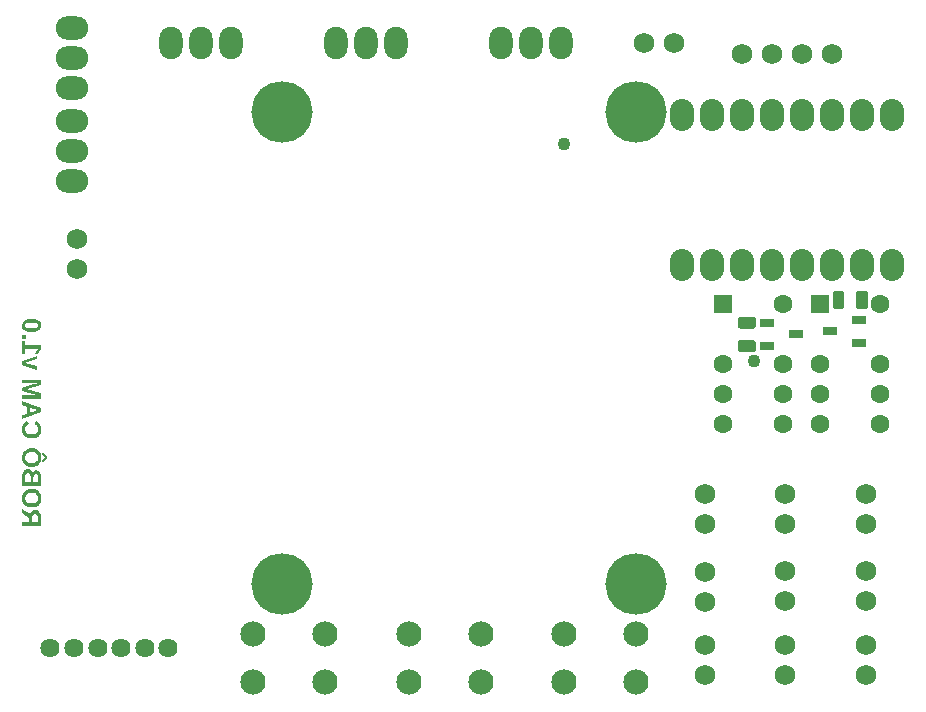
<source format=gbs>
G04 Layer: BottomSolderMaskLayer*
G04 EasyEDA v6.5.22, 2023-01-05 17:43:04*
G04 408631a24da54ebd81f1ad95a11f4f05,373fc183506b451e961249744e80b011,10*
G04 Gerber Generator version 0.2*
G04 Scale: 100 percent, Rotated: No, Reflected: No *
G04 Dimensions in inches *
G04 leading zeros omitted , absolute positions ,3 integer and 6 decimal *
%FSLAX36Y36*%
%MOIN*%

%AMMACRO1*1,1,$1,$2,$3*1,1,$1,$4,$5*1,1,$1,0-$2,0-$3*1,1,$1,0-$4,0-$5*20,1,$1,$2,$3,$4,$5,0*20,1,$1,$4,$5,0-$2,0-$3,0*20,1,$1,0-$2,0-$3,0-$4,0-$5,0*20,1,$1,0-$4,0-$5,$2,$3,0*4,1,4,$2,$3,$4,$5,0-$2,0-$3,0-$4,0-$5,$2,$3,0*%
%ADD10MACRO1,0.004X-0.0211X-0.0118X0.0211X-0.0118*%
%ADD11MACRO1,0.004X0.0211X0.0118X-0.0211X0.0118*%
%ADD12C,0.0433*%
%ADD13C,0.0631*%
%ADD14MACRO1,0.004X0.0295X0.0295X0.0295X-0.0295*%
%ADD15C,0.0680*%
%ADD16C,0.0840*%
%ADD17O,0.10800000000000001X0.078*%
%ADD18O,0.078X0.10800000000000001*%
%ADD19C,0.0640*%
%ADD20O,0.080835X0.106425*%
%ADD21C,0.2049*%
%ADD22C,0.0106*%

%LPD*%
G36*
X236000Y1276400D02*
G01*
X230980Y1276260D01*
X226380Y1275820D01*
X222200Y1275080D01*
X218440Y1274040D01*
X215120Y1272720D01*
X212200Y1271100D01*
X208660Y1268060D01*
X206119Y1264340D01*
X204600Y1259960D01*
X204109Y1255000D01*
X213800Y1255000D01*
X213939Y1256640D01*
X214340Y1258100D01*
X215040Y1259340D01*
X216000Y1260400D01*
X217260Y1261280D01*
X218860Y1262040D01*
X220760Y1262680D01*
X223000Y1263200D01*
X228660Y1263880D01*
X236000Y1264100D01*
X243619Y1263880D01*
X249300Y1263200D01*
X251480Y1262740D01*
X253359Y1262120D01*
X254880Y1261380D01*
X256100Y1260500D01*
X257020Y1259500D01*
X257680Y1258280D01*
X258060Y1256840D01*
X258200Y1255200D01*
X258060Y1253420D01*
X257680Y1251880D01*
X257020Y1250560D01*
X256100Y1249500D01*
X254880Y1248620D01*
X253359Y1247880D01*
X251480Y1247260D01*
X249300Y1246800D01*
X243619Y1246200D01*
X236000Y1246000D01*
X228420Y1246200D01*
X222700Y1246800D01*
X220520Y1247320D01*
X218660Y1247960D01*
X217120Y1248720D01*
X215900Y1249600D01*
X214980Y1250620D01*
X214320Y1251840D01*
X213939Y1253320D01*
X213800Y1255000D01*
X204109Y1255000D01*
X204420Y1250860D01*
X205380Y1247240D01*
X206980Y1244040D01*
X209200Y1241260D01*
X212079Y1238920D01*
X215580Y1237000D01*
X219740Y1235520D01*
X224520Y1234460D01*
X229940Y1233820D01*
X236000Y1233600D01*
X241300Y1233760D01*
X246080Y1234200D01*
X250340Y1234940D01*
X254100Y1236000D01*
X260240Y1238900D01*
X264500Y1243000D01*
X266980Y1248380D01*
X267800Y1255300D01*
X267300Y1260380D01*
X265820Y1264760D01*
X263360Y1268380D01*
X259899Y1271300D01*
X257020Y1272860D01*
X253680Y1274140D01*
X249920Y1275120D01*
X245720Y1275840D01*
X241080Y1276260D01*
G37*
G36*
X205000Y1223900D02*
G01*
X205000Y1211200D01*
X218400Y1211200D01*
X218400Y1223900D01*
G37*
G36*
X205000Y1202600D02*
G01*
X205000Y1160700D01*
X214200Y1160700D01*
X214200Y1176000D01*
X256400Y1176000D01*
X247100Y1161200D01*
X256900Y1161200D01*
X266900Y1176700D01*
X266900Y1188400D01*
X214200Y1188400D01*
X214200Y1202600D01*
G37*
G36*
X252500Y1154600D02*
G01*
X205000Y1137100D01*
X205000Y1122300D01*
X252500Y1105300D01*
X252500Y1118400D01*
X226000Y1126700D01*
X215000Y1129800D01*
X221300Y1131600D01*
X252500Y1141700D01*
G37*
G36*
X205000Y1073900D02*
G01*
X205000Y1062400D01*
X243800Y1062420D01*
X256000Y1062900D01*
X245980Y1060200D01*
X239500Y1058300D01*
X205000Y1047099D01*
X205000Y1037900D01*
X239500Y1026700D01*
X256000Y1022000D01*
X247520Y1022380D01*
X242500Y1022500D01*
X205000Y1022500D01*
X205000Y1011000D01*
X266900Y1011000D01*
X266900Y1028400D01*
X229000Y1040400D01*
X220600Y1042500D01*
X230600Y1045300D01*
X266900Y1056700D01*
X266900Y1073900D01*
G37*
G36*
X205000Y1002600D02*
G01*
X205000Y989800D01*
X220799Y984300D01*
X220799Y981400D01*
X230600Y981400D01*
X248400Y975300D01*
X257399Y972500D01*
X253780Y971480D01*
X230600Y963600D01*
X230600Y981400D01*
X220799Y981400D01*
X220799Y960699D01*
X205000Y955200D01*
X205000Y942200D01*
X266900Y964800D01*
X266900Y980100D01*
G37*
G36*
X221800Y937500D02*
G01*
X217640Y935480D01*
X214020Y933020D01*
X210980Y930140D01*
X208500Y926800D01*
X206580Y923120D01*
X205200Y919080D01*
X204380Y914659D01*
X204100Y909900D01*
X204340Y905120D01*
X205040Y900720D01*
X206220Y896680D01*
X207880Y893020D01*
X210000Y889720D01*
X212600Y886800D01*
X215580Y884320D01*
X218960Y882300D01*
X222700Y880720D01*
X226820Y879599D01*
X231320Y878920D01*
X236200Y878700D01*
X241100Y878920D01*
X245620Y879580D01*
X249720Y880680D01*
X253440Y882220D01*
X256759Y884180D01*
X259700Y886600D01*
X262180Y889400D01*
X264200Y892600D01*
X265780Y896200D01*
X266900Y900200D01*
X267580Y904599D01*
X267800Y909400D01*
X267540Y914599D01*
X266720Y919280D01*
X265380Y923439D01*
X263500Y927099D01*
X261040Y930280D01*
X258080Y932960D01*
X254600Y935080D01*
X250600Y936700D01*
X247500Y925300D01*
X249720Y924419D01*
X251700Y923180D01*
X253420Y921560D01*
X254899Y919599D01*
X256920Y915000D01*
X257600Y909599D01*
X257260Y905460D01*
X256260Y901880D01*
X254560Y898820D01*
X252200Y896300D01*
X249140Y894280D01*
X245460Y892860D01*
X241140Y891979D01*
X236200Y891700D01*
X231200Y892000D01*
X226820Y892880D01*
X223060Y894340D01*
X219899Y896400D01*
X217440Y899000D01*
X215700Y902120D01*
X214640Y905759D01*
X214300Y909900D01*
X215040Y915340D01*
X217240Y919880D01*
X220940Y923500D01*
X226100Y926200D01*
G37*
G36*
X236200Y846200D02*
G01*
X231540Y845960D01*
X227140Y845260D01*
X223039Y844060D01*
X219200Y842400D01*
X215760Y840300D01*
X212740Y837780D01*
X210159Y834840D01*
X208000Y831500D01*
X206300Y827760D01*
X205080Y823720D01*
X204340Y819400D01*
X204100Y814800D01*
X214300Y814800D01*
X214660Y818900D01*
X215720Y822520D01*
X217500Y825660D01*
X220000Y828300D01*
X223160Y830360D01*
X226900Y831820D01*
X231260Y832700D01*
X236200Y833000D01*
X240980Y832700D01*
X245200Y831800D01*
X248880Y830300D01*
X252000Y828199D01*
X254460Y825600D01*
X256200Y822520D01*
X257260Y818960D01*
X257600Y814900D01*
X257260Y810800D01*
X256200Y807200D01*
X254440Y804100D01*
X252000Y801500D01*
X248920Y799400D01*
X245240Y797900D01*
X241020Y797000D01*
X236200Y796700D01*
X231380Y797000D01*
X227100Y797920D01*
X223380Y799460D01*
X220200Y801600D01*
X217620Y804260D01*
X215780Y807340D01*
X214660Y810860D01*
X214300Y814800D01*
X204100Y814800D01*
X204340Y810140D01*
X205060Y805819D01*
X206260Y801860D01*
X207920Y798220D01*
X210080Y794940D01*
X212700Y792000D01*
X215740Y789460D01*
X219140Y787380D01*
X222880Y785780D01*
X226960Y784620D01*
X231400Y783940D01*
X236200Y783700D01*
X240980Y783920D01*
X245420Y784620D01*
X249480Y785759D01*
X253180Y787340D01*
X256520Y789400D01*
X259500Y791900D01*
X262040Y794840D01*
X264120Y798139D01*
X265720Y801800D01*
X266880Y805819D01*
X267560Y810180D01*
X267800Y814900D01*
X267560Y819640D01*
X266860Y824040D01*
X265700Y828060D01*
X264060Y831700D01*
X261960Y834980D01*
X259400Y837900D01*
X256420Y840440D01*
X253080Y842520D01*
X249400Y844120D01*
X245360Y845280D01*
X240960Y845960D01*
G37*
G36*
X272200Y831100D02*
G01*
X272200Y824100D01*
X278900Y815200D01*
X278900Y815000D01*
X272200Y805699D01*
X272200Y798700D01*
X273500Y798700D01*
X285600Y810100D01*
X285600Y820100D01*
X273500Y831100D01*
G37*
G36*
X222700Y775900D02*
G01*
X218700Y775500D01*
X215180Y774320D01*
X212140Y772360D01*
X209600Y769599D01*
X207580Y766140D01*
X206140Y762039D01*
X205280Y757340D01*
X205000Y752000D01*
X205000Y734000D01*
X214600Y734000D01*
X214600Y750900D01*
X214740Y753800D01*
X215180Y756280D01*
X215900Y758340D01*
X216900Y760000D01*
X218180Y761260D01*
X219760Y762180D01*
X221580Y762720D01*
X223700Y762900D01*
X227500Y762120D01*
X230219Y759780D01*
X231860Y755860D01*
X232399Y750400D01*
X232399Y734000D01*
X242000Y734000D01*
X242000Y748800D01*
X242120Y751360D01*
X242480Y753560D01*
X243060Y755360D01*
X243900Y756800D01*
X244960Y757900D01*
X246280Y758680D01*
X247820Y759140D01*
X249600Y759300D01*
X251540Y759140D01*
X253180Y758620D01*
X254500Y757780D01*
X255500Y756600D01*
X256280Y755140D01*
X256840Y753319D01*
X257180Y751180D01*
X257300Y748700D01*
X257300Y734000D01*
X205000Y734000D01*
X205000Y721000D01*
X266900Y721000D01*
X266900Y749400D01*
X266660Y754700D01*
X265920Y759320D01*
X264700Y763259D01*
X263000Y766500D01*
X258140Y770860D01*
X251400Y772300D01*
X248860Y772120D01*
X246520Y771580D01*
X244400Y770660D01*
X242500Y769400D01*
X239420Y765720D01*
X237600Y760500D01*
X235960Y767120D01*
X232800Y772000D01*
X228380Y774920D01*
G37*
G36*
X236200Y711200D02*
G01*
X231540Y710960D01*
X227140Y710260D01*
X223039Y709060D01*
X219200Y707400D01*
X215760Y705300D01*
X212740Y702780D01*
X210159Y699840D01*
X208000Y696500D01*
X206300Y692760D01*
X205080Y688720D01*
X204340Y684400D01*
X204100Y679800D01*
X214300Y679800D01*
X214660Y683900D01*
X215720Y687520D01*
X217500Y690660D01*
X220000Y693300D01*
X223160Y695360D01*
X226900Y696820D01*
X231260Y697700D01*
X236200Y698000D01*
X240980Y697700D01*
X245200Y696800D01*
X248880Y695300D01*
X252000Y693199D01*
X254460Y690600D01*
X256200Y687520D01*
X257260Y683960D01*
X257600Y679900D01*
X257260Y675800D01*
X256200Y672200D01*
X254440Y669100D01*
X252000Y666500D01*
X248920Y664400D01*
X245240Y662900D01*
X241020Y662000D01*
X236200Y661700D01*
X231380Y662000D01*
X227100Y662920D01*
X223380Y664460D01*
X220200Y666600D01*
X217620Y669260D01*
X215780Y672340D01*
X214660Y675860D01*
X214300Y679800D01*
X204100Y679800D01*
X204340Y675140D01*
X205060Y670819D01*
X206260Y666860D01*
X207920Y663220D01*
X210080Y659940D01*
X212700Y657000D01*
X215740Y654460D01*
X219140Y652380D01*
X222880Y650780D01*
X226960Y649620D01*
X231400Y648940D01*
X236200Y648700D01*
X240980Y648920D01*
X245420Y649620D01*
X249480Y650759D01*
X253180Y652340D01*
X256520Y654400D01*
X259500Y656900D01*
X262040Y659840D01*
X264120Y663139D01*
X265720Y666800D01*
X266880Y670819D01*
X267560Y675180D01*
X267800Y679900D01*
X267560Y684640D01*
X266860Y689040D01*
X265700Y693060D01*
X264060Y696700D01*
X261960Y699980D01*
X259400Y702900D01*
X256420Y705440D01*
X253080Y707520D01*
X249400Y709120D01*
X245360Y710280D01*
X240960Y710960D01*
G37*
G36*
X205000Y643100D02*
G01*
X205000Y628600D01*
X228500Y614200D01*
X228500Y599000D01*
X238600Y599000D01*
X238600Y615900D01*
X238740Y618480D01*
X239200Y620720D01*
X239940Y622640D01*
X241000Y624200D01*
X242360Y625420D01*
X243980Y626300D01*
X245820Y626820D01*
X247900Y627000D01*
X251840Y626280D01*
X254660Y624140D01*
X256340Y620580D01*
X256900Y615600D01*
X256900Y599000D01*
X205000Y599000D01*
X205000Y586000D01*
X266900Y586000D01*
X266900Y617000D01*
X266600Y622200D01*
X265720Y626780D01*
X264260Y630740D01*
X262200Y634100D01*
X259540Y636720D01*
X256380Y638600D01*
X252700Y639720D01*
X248500Y640100D01*
X242420Y639180D01*
X237200Y636400D01*
X233299Y632040D01*
X231000Y626400D01*
G37*
D10*
G01*
X2993622Y1272400D03*
G01*
X2993622Y1197600D03*
G01*
X2896377Y1235000D03*
D11*
G01*
X2686377Y1187600D03*
G01*
X2686377Y1262400D03*
G01*
X2783622Y1225000D03*
G36*
X2913699Y1310399D02*
G01*
X2912899Y1310500D01*
X2911899Y1310599D01*
X2911000Y1310900D01*
X2910100Y1311300D01*
X2909300Y1311799D01*
X2908599Y1312399D01*
X2907899Y1313099D01*
X2907299Y1313800D01*
X2906800Y1314699D01*
X2906400Y1315500D01*
X2906099Y1316399D01*
X2905900Y1317399D01*
X2905900Y1362600D01*
X2906099Y1363600D01*
X2906400Y1364499D01*
X2906800Y1365300D01*
X2907299Y1366199D01*
X2907899Y1366900D01*
X2908599Y1367600D01*
X2909300Y1368200D01*
X2910100Y1368699D01*
X2911000Y1369099D01*
X2911899Y1369400D01*
X2912899Y1369499D01*
X2913699Y1369600D01*
X2937600Y1369600D01*
X2938400Y1369499D01*
X2939300Y1369400D01*
X2940299Y1369099D01*
X2941099Y1368699D01*
X2941999Y1368200D01*
X2942700Y1367600D01*
X2943400Y1366900D01*
X2943999Y1366199D01*
X2944499Y1365300D01*
X2944899Y1364499D01*
X2945100Y1363600D01*
X2945299Y1362600D01*
X2945399Y1361799D01*
X2945399Y1318200D01*
X2945299Y1317399D01*
X2945100Y1316399D01*
X2944899Y1315500D01*
X2944499Y1314699D01*
X2943999Y1313800D01*
X2943400Y1313099D01*
X2942700Y1312399D01*
X2941999Y1311799D01*
X2941099Y1311300D01*
X2940299Y1310900D01*
X2939300Y1310599D01*
X2938400Y1310500D01*
X2937600Y1310399D01*
G37*
G36*
X2992399Y1310399D02*
G01*
X2991599Y1310500D01*
X2990699Y1310599D01*
X2989700Y1310900D01*
X2988900Y1311300D01*
X2988000Y1311799D01*
X2987299Y1312399D01*
X2986599Y1313099D01*
X2986000Y1313800D01*
X2985500Y1314699D01*
X2985100Y1315500D01*
X2984899Y1316399D01*
X2984700Y1317399D01*
X2984600Y1318200D01*
X2984600Y1361799D01*
X2984700Y1362600D01*
X2984899Y1363600D01*
X2985100Y1364499D01*
X2985500Y1365300D01*
X2986000Y1366199D01*
X2986599Y1366900D01*
X2987299Y1367600D01*
X2988000Y1368200D01*
X2988900Y1368699D01*
X2989700Y1369099D01*
X2990699Y1369400D01*
X2991599Y1369499D01*
X2992399Y1369600D01*
X3016300Y1369600D01*
X3017100Y1369499D01*
X3018100Y1369400D01*
X3018999Y1369099D01*
X3019899Y1368699D01*
X3020699Y1368200D01*
X3021400Y1367600D01*
X3022100Y1366900D01*
X3022700Y1366199D01*
X3023199Y1365300D01*
X3023599Y1364499D01*
X3023900Y1363600D01*
X3024099Y1362600D01*
X3024099Y1317399D01*
X3023900Y1316399D01*
X3023599Y1315500D01*
X3023199Y1314699D01*
X3022700Y1313800D01*
X3022100Y1313099D01*
X3021400Y1312399D01*
X3020699Y1311799D01*
X3019899Y1311300D01*
X3018999Y1310900D01*
X3018100Y1310599D01*
X3017100Y1310500D01*
X3016300Y1310399D01*
G37*
G36*
X2597399Y1165900D02*
G01*
X2596400Y1166100D01*
X2595500Y1166399D01*
X2594700Y1166799D01*
X2593800Y1167300D01*
X2593100Y1167899D01*
X2592399Y1168600D01*
X2591800Y1169299D01*
X2591300Y1170100D01*
X2590900Y1170999D01*
X2590600Y1171900D01*
X2590500Y1172899D01*
X2590399Y1173699D01*
X2590399Y1197600D01*
X2590500Y1198400D01*
X2590600Y1199299D01*
X2590900Y1200300D01*
X2591300Y1201100D01*
X2591800Y1201999D01*
X2592399Y1202699D01*
X2593100Y1203400D01*
X2593800Y1204000D01*
X2594700Y1204499D01*
X2595500Y1204899D01*
X2596400Y1205100D01*
X2597399Y1205300D01*
X2598199Y1205399D01*
X2641800Y1205399D01*
X2642600Y1205300D01*
X2643599Y1205100D01*
X2644499Y1204899D01*
X2645299Y1204499D01*
X2646199Y1204000D01*
X2646899Y1203400D01*
X2647600Y1202699D01*
X2648199Y1201999D01*
X2648699Y1201100D01*
X2649099Y1200300D01*
X2649399Y1199299D01*
X2649499Y1198400D01*
X2649600Y1197600D01*
X2649600Y1173699D01*
X2649499Y1172899D01*
X2649399Y1171900D01*
X2649099Y1170999D01*
X2648699Y1170100D01*
X2648199Y1169299D01*
X2647600Y1168600D01*
X2646899Y1167899D01*
X2646199Y1167300D01*
X2645299Y1166799D01*
X2644499Y1166399D01*
X2643599Y1166100D01*
X2642600Y1165900D01*
G37*
G36*
X2598199Y1244600D02*
G01*
X2597399Y1244699D01*
X2596400Y1244899D01*
X2595500Y1245100D01*
X2594700Y1245500D01*
X2593800Y1245999D01*
X2593100Y1246599D01*
X2592399Y1247300D01*
X2591800Y1248000D01*
X2591300Y1248899D01*
X2590900Y1249699D01*
X2590600Y1250700D01*
X2590500Y1251599D01*
X2590399Y1252399D01*
X2590399Y1276300D01*
X2590500Y1277100D01*
X2590600Y1278099D01*
X2590900Y1279000D01*
X2591300Y1279899D01*
X2591800Y1280700D01*
X2592399Y1281399D01*
X2593100Y1282100D01*
X2593800Y1282699D01*
X2594700Y1283200D01*
X2595500Y1283600D01*
X2596400Y1283899D01*
X2597399Y1284099D01*
X2642600Y1284099D01*
X2643599Y1283899D01*
X2644499Y1283600D01*
X2645299Y1283200D01*
X2646199Y1282699D01*
X2646899Y1282100D01*
X2647600Y1281399D01*
X2648199Y1280700D01*
X2648699Y1279899D01*
X2649099Y1279000D01*
X2649399Y1278099D01*
X2649499Y1277100D01*
X2649600Y1276300D01*
X2649600Y1252399D01*
X2649499Y1251599D01*
X2649399Y1250700D01*
X2649099Y1249699D01*
X2648699Y1248899D01*
X2648199Y1248000D01*
X2647600Y1247300D01*
X2646899Y1246599D01*
X2646199Y1245999D01*
X2645299Y1245500D01*
X2644499Y1245100D01*
X2643599Y1244899D01*
X2642600Y1244699D01*
X2641800Y1244600D01*
G37*
D12*
G01*
X2645000Y1135000D03*
G01*
X2010000Y1860000D03*
D13*
G01*
X2740000Y1325000D03*
G01*
X2740000Y1125000D03*
G01*
X2740000Y1025000D03*
G01*
X2740000Y925000D03*
G01*
X2540000Y925000D03*
G01*
X2540000Y1025000D03*
G01*
X2540000Y1125000D03*
D14*
G01*
X2540000Y1325000D03*
D13*
G01*
X3065000Y1325000D03*
G01*
X3065000Y1125000D03*
G01*
X3065000Y1025000D03*
G01*
X3065000Y925000D03*
G01*
X2865000Y925000D03*
G01*
X2865000Y1025000D03*
G01*
X2865000Y1125000D03*
D14*
G01*
X2865000Y1325000D03*
D15*
G01*
X3015959Y593389D03*
G01*
X3015959Y693389D03*
G01*
X2480950Y593389D03*
G01*
X2480950Y693389D03*
G01*
X2748450Y593389D03*
G01*
X2748450Y693389D03*
G01*
X2480959Y333389D03*
G01*
X2480959Y433389D03*
G01*
X2748450Y335889D03*
G01*
X2748450Y435889D03*
G01*
X3015950Y335889D03*
G01*
X3015950Y435889D03*
G01*
X2480959Y90889D03*
G01*
X2480959Y190889D03*
G01*
X2748450Y90889D03*
G01*
X2748450Y190889D03*
G01*
X3015950Y90889D03*
G01*
X3015950Y190889D03*
G01*
X2376610Y2195000D03*
G01*
X2276610Y2195000D03*
D16*
G01*
X1492500Y225000D03*
G01*
X1492500Y65000D03*
G01*
X1732500Y225000D03*
G01*
X1732500Y65000D03*
G01*
X2250000Y65000D03*
G01*
X2250000Y225000D03*
G01*
X2010000Y65000D03*
G01*
X2010000Y225000D03*
G01*
X975000Y225000D03*
G01*
X975000Y65000D03*
G01*
X1215000Y225000D03*
G01*
X1215000Y65000D03*
D17*
G01*
X370000Y1835000D03*
G01*
X370000Y1735000D03*
G01*
X370000Y1935000D03*
G01*
X370000Y2145000D03*
G01*
X370000Y2045000D03*
G01*
X370000Y2245000D03*
D18*
G01*
X800000Y2195000D03*
G01*
X700000Y2195000D03*
G01*
X900000Y2195000D03*
G01*
X1900000Y2195000D03*
G01*
X1800000Y2195000D03*
G01*
X2000000Y2195000D03*
G01*
X1350000Y2195000D03*
G01*
X1250000Y2195000D03*
G01*
X1450000Y2195000D03*
D15*
G01*
X2905000Y2160000D03*
G01*
X2605000Y2160000D03*
G01*
X2705000Y2160000D03*
G01*
X2805000Y2160000D03*
G01*
X388110Y1541610D03*
G01*
X388110Y1441610D03*
D19*
G01*
X534369Y180000D03*
G01*
X613110Y180000D03*
G01*
X691849Y180000D03*
G01*
X455630Y180000D03*
G01*
X376889Y180000D03*
G01*
X298150Y180000D03*
D20*
G01*
X2405000Y1455000D03*
G01*
X2505000Y1455000D03*
G01*
X2705000Y1455000D03*
G01*
X2805000Y1455000D03*
G01*
X2905000Y1455000D03*
G01*
X3005000Y1455000D03*
G01*
X3105000Y1455000D03*
G01*
X3105000Y1955000D03*
G01*
X3005000Y1955000D03*
G01*
X2905000Y1955000D03*
G01*
X2805000Y1955000D03*
G01*
X2705000Y1955000D03*
G01*
X2605000Y1955000D03*
G01*
X2505000Y1955000D03*
G01*
X2405000Y1955000D03*
G01*
X2605000Y1455000D03*
D21*
G01*
X1070000Y1966350D03*
G01*
X2250000Y1966350D03*
G01*
X1070000Y391550D03*
G01*
X2251099Y391550D03*
M02*

</source>
